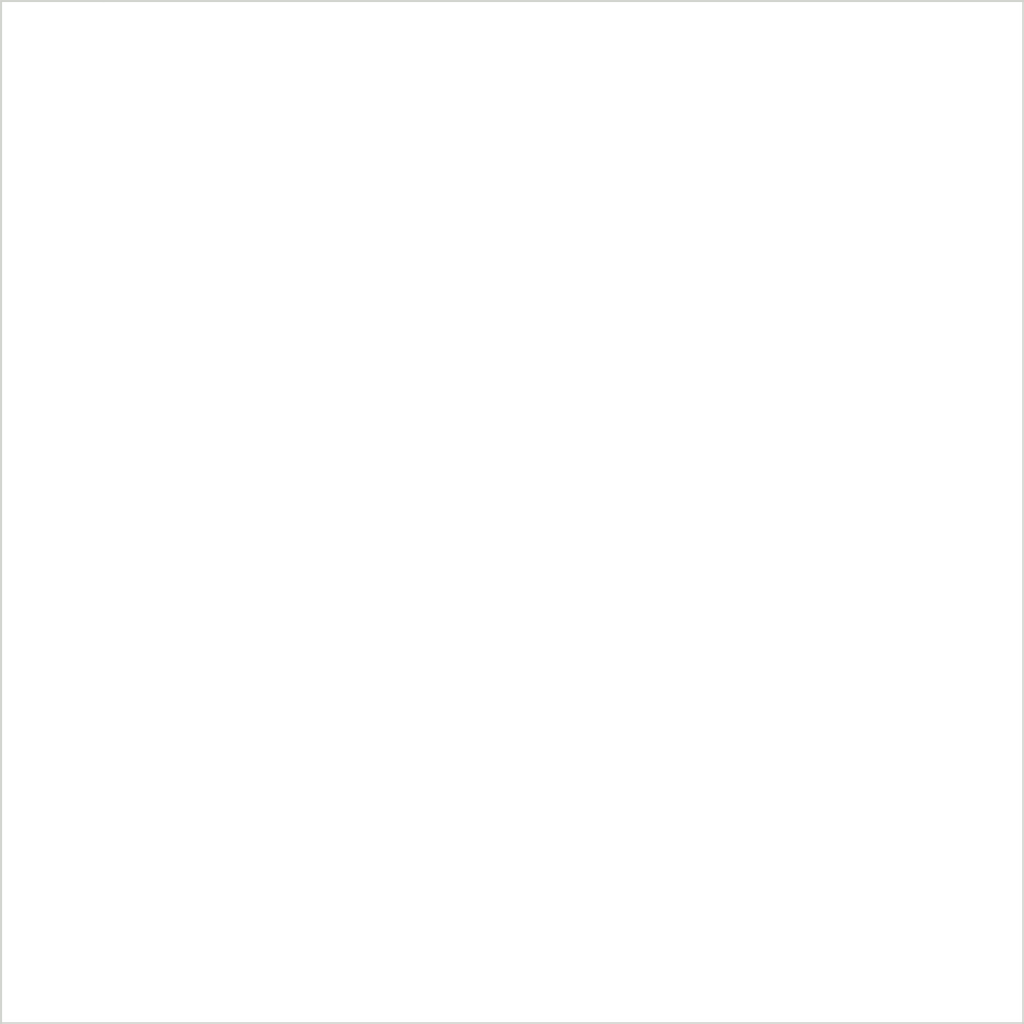
<source format=kicad_pcb>
(kicad_pcb (version 20171130) (host pcbnew "(5.0.0-rc2-dev-605-g458f9f5c9)")

  (general
    (thickness 1.6)
    (drawings 5)
    (tracks 0)
    (zones 0)
    (modules 0)
    (nets 1)
  )

  (page A4)
  (layers
    (0 F.Cu signal)
    (31 B.Cu signal)
    (32 B.Adhes user)
    (33 F.Adhes user)
    (34 B.Paste user)
    (35 F.Paste user)
    (36 B.SilkS user)
    (37 F.SilkS user)
    (38 B.Mask user)
    (39 F.Mask user)
    (40 Dwgs.User user)
    (41 Cmts.User user)
    (42 Eco1.User user)
    (43 Eco2.User user)
    (44 Edge.Cuts user)
    (45 Margin user)
    (46 B.CrtYd user)
    (47 F.CrtYd user)
    (48 B.Fab user)
    (49 F.Fab user)
  )

  (setup
    (last_trace_width 0.25)
    (trace_clearance 0.2)
    (zone_clearance 0.508)
    (zone_45_only no)
    (trace_min 0.2)
    (segment_width 0.2)
    (edge_width 0.15)
    (via_size 0.6)
    (via_drill 0.4)
    (via_min_size 0.4)
    (via_min_drill 0.3)
    (uvia_size 0.3)
    (uvia_drill 0.1)
    (uvias_allowed no)
    (uvia_min_size 0.2)
    (uvia_min_drill 0.1)
    (pcb_text_width 0.3)
    (pcb_text_size 1.5 1.5)
    (mod_edge_width 0.15)
    (mod_text_size 1 1)
    (mod_text_width 0.15)
    (pad_size 1.524 1.524)
    (pad_drill 0.762)
    (pad_to_mask_clearance 0.2)
    (aux_axis_origin 0 0)
    (visible_elements 7FFFFFFF)
    (pcbplotparams
      (layerselection 0x00030_80000001)
      (usegerberextensions false)
      (usegerberattributes false)
      (usegerberadvancedattributes false)
      (creategerberjobfile false)
      (excludeedgelayer true)
      (linewidth 0.100000)
      (plotframeref false)
      (viasonmask false)
      (mode 1)
      (useauxorigin false)
      (hpglpennumber 1)
      (hpglpenspeed 20)
      (hpglpendiameter 15)
      (psnegative false)
      (psa4output false)
      (plotreference true)
      (plotvalue true)
      (plotinvisibletext false)
      (padsonsilk false)
      (subtractmaskfromsilk false)
      (outputformat 1)
      (mirror false)
      (drillshape 1)
      (scaleselection 1)
      (outputdirectory ""))
  )

  (net 0 "")

  (net_class Default "This is the default net class."
    (clearance 0.2)
    (trace_width 0.25)
    (via_dia 0.6)
    (via_drill 0.4)
    (uvia_dia 0.3)
    (uvia_drill 0.1)
  )

  (gr_line (start 100 40) (end 110 40) (layer Edge.Cuts) (width 0.2))
  (gr_line (start 100 140) (end 100 40) (layer Edge.Cuts) (width 0.2))
  (gr_line (start 200 140) (end 100 140) (layer Edge.Cuts) (width 0.2))
  (gr_line (start 200 40) (end 200 140) (layer Edge.Cuts) (width 0.2))
  (gr_line (start 110 40) (end 200 40) (layer Edge.Cuts) (width 0.2))

)

</source>
